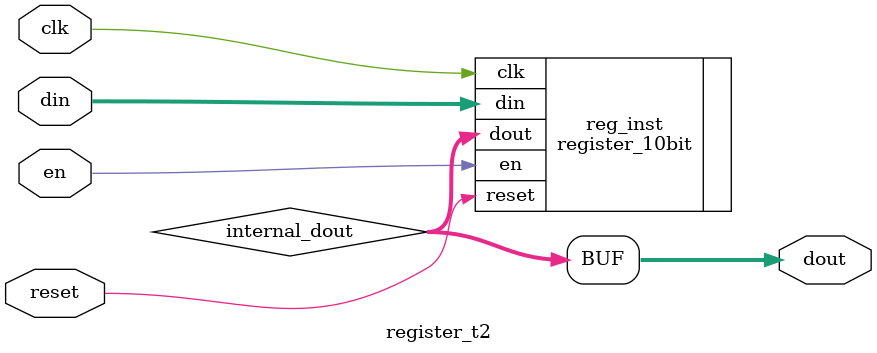
<source format=v>
`timescale 1 ns/1 ps
module register_t2(
    output wire [9:0] dout,
    input wire clk, reset, en,
    input wire [9:0] din );
    
    wire [9:0] internal_dout;
    
    register_10bit reg_inst(.clk(clk), .reset(reset), .en(en), .dout(internal_dout), .din(din));
    
    assign dout = internal_dout;
endmodule
</source>
